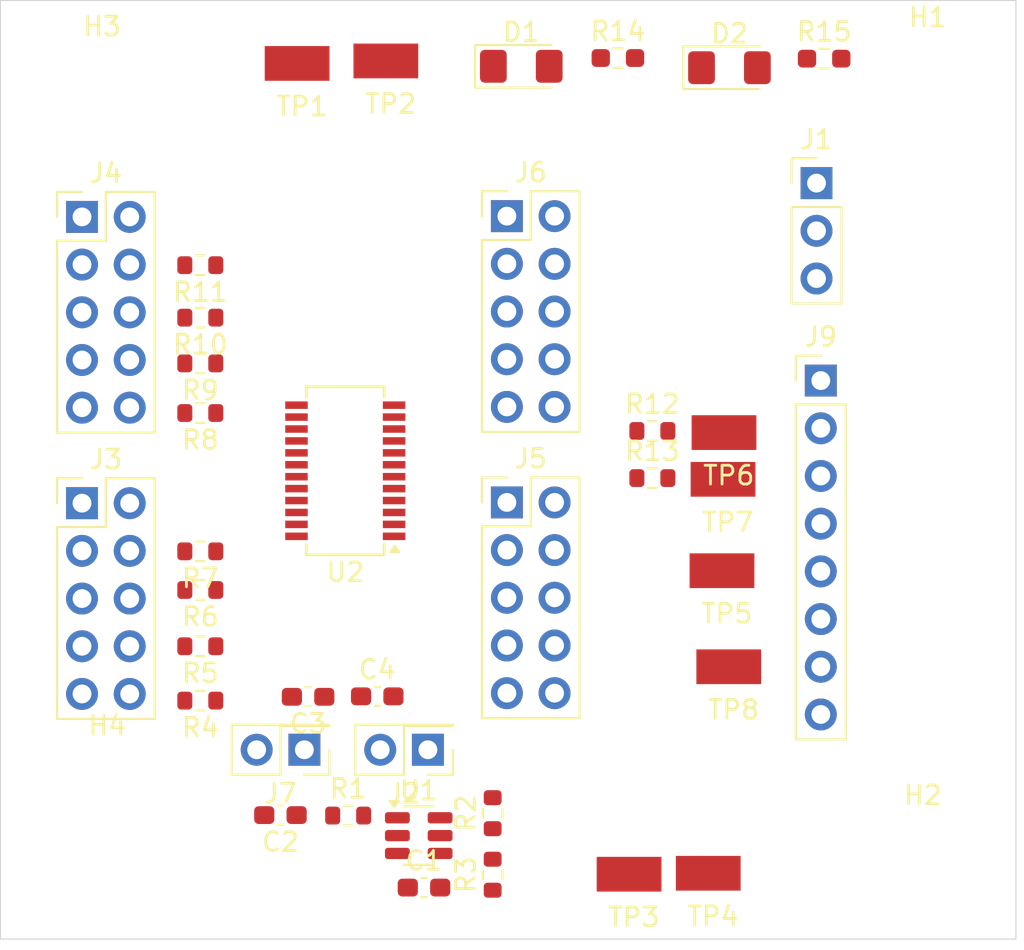
<source format=kicad_pcb>
(kicad_pcb (version 20240108) (generator "pcbnew") (generator_version "8.0")
  (layers (0 "F.Cu" signal) (31 "B.Cu" signal) (34 "B.Paste" user) (35 "F.Paste" user) (36 "B.SilkS" user "B.Silkscreen") (37 "F.SilkS" user "F.Silkscreen") (38 "B.Mask" user) (39 "F.Mask" user) (44 "Edge.Cuts" user))
  (net 0 "")
  (net 1 "GND")
  (net 2 "+5V")
  (net 3 "/Vdac_out")
  (net 4 "+3V3")
  (net 5 "Net-(D1-A)")
  (net 6 "Net-(D2-A)")
  (net 7 "Vcca")
  (net 8 "/IN04")
  (net 9 "/IN07")
  (net 10 "/IN06")
  (net 11 "/IN05")
  (net 12 "/IN01")
  (net 13 "/IN03")
  (net 14 "/IN02")
  (net 15 "/IN00")
  (net 16 "/BUF04")
  (net 17 "/BUF07")
  (net 18 "/BUF05")
  (net 19 "/BUF06")
  (net 20 "/BUF01")
  (net 21 "/BUF02")
  (net 22 "/BUF03")
  (net 23 "/BUF00")
  (net 24 "Vccb")
  (net 25 "/I2C1_SCL")
  (net 26 "/Vdac_half")
  (net 27 "/I2C1_SDA")
  (net 28 "Net-(U1-VOUT)")
  (net 29 "/B7")
  (net 30 "/B6")
  (net 31 "/B5")
  (net 32 "/B4")
  (net 33 "/B3")
  (net 34 "/B2")
  (net 35 "/B1")
  (net 36 "/B0")
  (footprint "Resistor_SMD:R_0603_1608Metric_Pad0.98x0.95mm_HandSolder" (layer "F.Cu") (at 174.5884 76.522)
    (property "Reference" "R14" (at 0 -1.43 0) (layer "F.SilkS"))
    (property "Value" "4k7")
    (fp_line (start -0.254724 -0.5225) (end 0.254724 -0.5225) (stroke (width 0.12)) (layer "F.SilkS"))
    (fp_line (start -0.254724 0.5225) (end 0.254724 0.5225) (stroke (width 0.12)) (layer "F.SilkS"))
    (pad "1" smd roundrect (at -0.9125 0) (size 0.975 0.95) (layers "F.Cu" "F.Paste" "F.Mask") (net 2 "+5V"))
    (pad "2" smd roundrect (at 0.9125 0) (size 0.975 0.95) (layers "F.Cu" "F.Paste" "F.Mask") (net 5 "Net-(D1-A)"))
  )
  (footprint "Capacitor_SMD:C_0603_1608Metric_Pad1.08x0.95mm_HandSolder" (layer "F.Cu") (at 164.2618 120.7008)
    (property "Reference" "C1" (at 0 -1.43 360) (layer "F.SilkS"))
    (property "Value" "1u")
    (fp_line (start -0.146267 -0.51) (end 0.146267 -0.51) (stroke (width 0.12)) (layer "F.SilkS"))
    (fp_line (start -0.146267 0.51) (end 0.146267 0.51) (stroke (width 0.12)) (layer "F.SilkS"))
    (pad "1" smd roundrect (at -0.8625 0) (size 1.075 0.95) (layers "F.Cu" "F.Paste" "F.Mask") (net 2 "+5V"))
    (pad "2" smd roundrect (at 0.8625 0) (size 1.075 0.95) (layers "F.Cu" "F.Paste" "F.Mask") (net 1 "GND"))
  )
  (footprint "Capacitor_SMD:C_0603_1608Metric_Pad1.08x0.95mm_HandSolder" (layer "F.Cu") (at 158.0896 110.5408 180)
    (property "Reference" "C3" (at 0 -1.43 360) (layer "F.SilkS"))
    (property "Value" "1u")
    (fp_line (start -0.146267 0.51) (end 0.146267 0.51) (stroke (width 0.12)) (layer "F.SilkS"))
    (fp_line (start -0.146267 -0.51) (end 0.146267 -0.51) (stroke (width 0.12)) (layer "F.SilkS"))
    (pad "1" smd roundrect (at -0.8625 0 180) (size 1.075 0.95) (layers "F.Cu" "F.Paste" "F.Mask") (net 24 "Vccb"))
    (pad "2" smd roundrect (at 0.8625 0 180) (size 1.075 0.95) (layers "F.Cu" "F.Paste" "F.Mask") (net 1 "GND"))
  )
  (footprint "Capacitor_SMD:C_0603_1608Metric_Pad1.08x0.95mm_HandSolder" (layer "F.Cu") (at 156.6164 116.84 180)
    (property "Reference" "C2" (at 0 -1.43 360) (layer "F.SilkS"))
    (property "Value" "100n")
    (fp_line (start -0.146267 0.51) (end 0.146267 0.51) (stroke (width 0.12)) (layer "F.SilkS"))
    (fp_line (start -0.146267 -0.51) (end 0.146267 -0.51) (stroke (width 0.12)) (layer "F.SilkS"))
    (pad "1" smd roundrect (at -0.8625 0 180) (size 1.075 0.95) (layers "F.Cu" "F.Paste" "F.Mask") (net 3 "/Vdac_out"))
    (pad "2" smd roundrect (at 0.8625 0 180) (size 1.075 0.95) (layers "F.Cu" "F.Paste" "F.Mask") (net 1 "GND"))
  )
  (footprint "Resistor_SMD:R_0603_1608Metric" (layer "F.Cu") (at 152.3492 90.3478 180)
    (property "Reference" "R10" (at 0 -1.43 360) (layer "F.SilkS"))
    (property "Value" "220")
    (fp_line (start -0.237258 0.5225) (end 0.237258 0.5225) (stroke (width 0.12)) (layer "F.SilkS"))
    (fp_line (start -0.237258 -0.5225) (end 0.237258 -0.5225) (stroke (width 0.12)) (layer "F.SilkS"))
    (pad "1" smd roundrect (at -0.825 0 180) (size 0.8 0.95) (layers "F.Cu" "F.Paste" "F.Mask") (net 35 "/B1"))
    (pad "2" smd roundrect (at 0.825 0 180) (size 0.8 0.95) (layers "F.Cu" "F.Paste" "F.Mask") (net 12 "/IN01"))
  )
  (footprint "Resistor_SMD:R_0603_1608Metric" (layer "F.Cu") (at 152.3492 107.8484 180)
    (property "Reference" "R5" (at 0 -1.43 360) (layer "F.SilkS"))
    (property "Value" "220")
    (fp_line (start -0.237258 0.5225) (end 0.237258 0.5225) (stroke (width 0.12)) (layer "F.SilkS"))
    (fp_line (start -0.237258 -0.5225) (end 0.237258 -0.5225) (stroke (width 0.12)) (layer "F.SilkS"))
    (pad "1" smd roundrect (at -0.825 0 180) (size 0.8 0.95) (layers "F.Cu" "F.Paste" "F.Mask") (net 30 "/B6"))
    (pad "2" smd roundrect (at 0.825 0 180) (size 0.8 0.95) (layers "F.Cu" "F.Paste" "F.Mask") (net 10 "/IN06"))
  )
  (footprint "My Libraries:Harwin-S1751-46-Test-Point" (layer "F.Cu") (at 180.1876 98.9584)
    (property "Reference" "TP7" (at 0.254 2.286 0) (layer "F.SilkS"))
    (property "Value" "TestPoint_Harwin")
    (pad "1" smd rect (at 0 0) (size 3.45 1.85) (layers "F.Cu" "F.Paste" "F.Mask") (net 27 "/I2C1_SDA"))
  )
  (footprint "Connector_PinHeader_2.54mm:PinHeader_1x08_P2.54mm_Vertical" (layer "F.Cu") (at 185.3946 93.7006)
    (property "Reference" "J9" (at 0 -2.33 0) (layer "F.SilkS"))
    (property "Value" "Signals")
    (fp_line (start -1.33 -1.33) (end 0 -1.33) (stroke (width 0.12)) (layer "F.SilkS"))
    (fp_line (start -1.33 0) (end -1.33 -1.33) (stroke (width 0.12)) (layer "F.SilkS"))
    (fp_line (start -1.33 1.27) (end -1.33 19.11) (stroke (width 0.12)) (layer "F.SilkS"))
    (fp_line (start -1.33 1.27) (end 1.33 1.27) (stroke (width 0.12)) (layer "F.SilkS"))
    (fp_line (start -1.33 19.11) (end 1.33 19.11) (stroke (width 0.12)) (layer "F.SilkS"))
    (fp_line (start 1.33 1.27) (end 1.33 19.11) (stroke (width 0.12)) (layer "F.SilkS"))
    (pad "1" thru_hole rect (at 0 0) (size 1.7 1.7) (drill 1) (layers "*.Cu" "*.Mask") (net 1 "GND"))
    (pad "2" thru_hole oval (at 0 2.54) (size 1.7 1.7) (drill 1) (layers "*.Cu" "*.Mask") (net 25 "/I2C1_SCL"))
    (pad "3" thru_hole oval (at 0 5.08) (size 1.7 1.7) (drill 1) (layers "*.Cu" "*.Mask") (net 27 "/I2C1_SDA"))
    (pad "4" thru_hole oval (at 0 7.62) (size 1.7 1.7) (drill 1) (layers "*.Cu" "*.Mask") (net 1 "GND"))
    (pad "5" thru_hole oval (at 0 10.16) (size 1.7 1.7) (drill 1) (layers "*.Cu" "*.Mask") (net 3 "/Vdac_out"))
    (pad "6" thru_hole oval (at 0 12.7) (size 1.7 1.7) (drill 1) (layers "*.Cu" "*.Mask") (net 1 "GND"))
    (pad "7" thru_hole oval (at 0 15.24) (size 1.7 1.7) (drill 1) (layers "*.Cu" "*.Mask") (net 26 "/Vdac_half"))
    (pad "8" thru_hole oval (at 0 17.78) (size 1.7 1.7) (drill 1) (layers "*.Cu" "*.Mask") (net 1 "GND"))
  )
  (footprint "Resistor_SMD:R_0603_1608Metric" (layer "F.Cu") (at 160.2232 116.8654)
    (property "Reference" "R1" (at 0 -1.43 360) (layer "F.SilkS"))
    (property "Value" "0")
    (fp_line (start -0.237258 -0.5225) (end 0.237258 -0.5225) (stroke (width 0.12)) (layer "F.SilkS"))
    (fp_line (start -0.237258 0.5225) (end 0.237258 0.5225) (stroke (width 0.12)) (layer "F.SilkS"))
    (pad "1" smd roundrect (at -0.825 0) (size 0.8 0.95) (layers "F.Cu" "F.Paste" "F.Mask") (net 28 "Net-(U1-VOUT)"))
    (pad "2" smd roundrect (at 0.825 0) (size 0.8 0.95) (layers "F.Cu" "F.Paste" "F.Mask") (net 3 "/Vdac_out"))
  )
  (footprint "Resistor_SMD:R_0603_1608Metric" (layer "F.Cu") (at 167.9194 120.015 90)
    (property "Reference" "R3" (at 0 -1.43 90) (layer "F.SilkS"))
    (property "Value" "10k")
    (fp_line (start -0.237258 -0.5225) (end 0.237258 -0.5225) (stroke (width 0.12)) (layer "F.SilkS"))
    (fp_line (start -0.237258 0.5225) (end 0.237258 0.5225) (stroke (width 0.12)) (layer "F.SilkS"))
    (pad "1" smd roundrect (at -0.825 0 90) (size 0.8 0.95) (layers "F.Cu" "F.Paste" "F.Mask") (net 1 "GND"))
    (pad "2" smd roundrect (at 0.825 0 90) (size 0.8 0.95) (layers "F.Cu" "F.Paste" "F.Mask") (net 26 "/Vdac_half"))
  )
  (footprint "Resistor_SMD:R_0603_1608Metric" (layer "F.Cu") (at 152.3492 110.744 180)
    (property "Reference" "R4" (at 0 -1.43 360) (layer "F.SilkS"))
    (property "Value" "220")
    (fp_line (start -0.237258 0.5225) (end 0.237258 0.5225) (stroke (width 0.12)) (layer "F.SilkS"))
    (fp_line (start -0.237258 -0.5225) (end 0.237258 -0.5225) (stroke (width 0.12)) (layer "F.SilkS"))
    (pad "1" smd roundrect (at -0.825 0 180) (size 0.8 0.95) (layers "F.Cu" "F.Paste" "F.Mask") (net 29 "/B7"))
    (pad "2" smd roundrect (at 0.825 0 180) (size 0.8 0.95) (layers "F.Cu" "F.Paste" "F.Mask") (net 9 "/IN07"))
  )
  (footprint "Package_TO_SOT_SMD:SOT-23-6" (layer "F.Cu") (at 163.9824 117.9322)
    (property "Reference" "U1" (at 0 -2.4 360) (layer "F.SilkS"))
    (property "Value" "MCP4725A2T-E/CH")
    (fp_line (start 0 -1.56) (end -0.8 -1.56) (stroke (width 0.12)) (layer "F.SilkS"))
    (fp_line (start 0 -1.56) (end 0.8 -1.56) (stroke (width 0.12)) (layer "F.SilkS"))
    (fp_line (start 0 1.56) (end -0.8 1.56) (stroke (width 0.12)) (layer "F.SilkS"))
    (fp_line (start 0 1.56) (end 0.8 1.56) (stroke (width 0.12)) (layer "F.SilkS"))
    (fp_poly (pts (xy -1.3 -1.51) (xy -1.54 -1.84) (xy -1.06 -1.84) (xy -1.3 -1.51)) (stroke (width 0.12)) (fill solid) (layer "F.SilkS"))
    (pad "1" smd roundrect (at -1.1375 -0.95) (size 1.325 0.6) (layers "F.Cu" "F.Paste" "F.Mask") (net 28 "Net-(U1-VOUT)"))
    (pad "2" smd roundrect (at -1.1375 0) (size 1.325 0.6) (layers "F.Cu" "F.Paste" "F.Mask") (net 1 "GND"))
    (pad "3" smd roundrect (at -1.1375 0.95) (size 1.325 0.6) (layers "F.Cu" "F.Paste" "F.Mask") (net 2 "+5V"))
    (pad "4" smd roundrect (at 1.1375 0.95) (size 1.325 0.6) (layers "F.Cu" "F.Paste" "F.Mask") (net 27 "/I2C1_SDA"))
    (pad "5" smd roundrect (at 1.1375 0) (size 1.325 0.6) (layers "F.Cu" "F.Paste" "F.Mask") (net 25 "/I2C1_SCL"))
    (pad "6" smd roundrect (at 1.1375 -0.95) (size 1.325 0.6) (layers "F.Cu" "F.Paste" "F.Mask") (net 1 "GND"))
  )
  (footprint "Resistor_SMD:R_0603_1608Metric" (layer "F.Cu") (at 152.3492 104.8512 180)
    (property "Reference" "R6" (at 0 -1.43 360) (layer "F.SilkS"))
    (property "Value" "220")
    (fp_line (start -0.237258 0.5225) (end 0.237258 0.5225) (stroke (width 0.12)) (layer "F.SilkS"))
    (fp_line (start -0.237258 -0.5225) (end 0.237258 -0.5225) (stroke (width 0.12)) (layer "F.SilkS"))
    (pad "1" smd roundrect (at -0.825 0 180) (size 0.8 0.95) (layers "F.Cu" "F.Paste" "F.Mask") (net 31 "/B5"))
    (pad "2" smd roundrect (at 0.825 0 180) (size 0.8 0.95) (layers "F.Cu" "F.Paste" "F.Mask") (net 11 "/IN05"))
  )
  (footprint "My Libraries:Harwin-S1751-46-Test-Point" (layer "F.Cu") (at 180.1318 103.8252)
    (property "Reference" "TP5" (at 0.254 2.286 0) (layer "F.SilkS"))
    (property "Value" "TestPoint_Harwin")
    (pad "1" smd rect (at 0 0) (size 3.45 1.85) (layers "F.Cu" "F.Paste" "F.Mask") (net 3 "/Vdac_out"))
  )
  (footprint "Resistor_SMD:R_0603_1608Metric" (layer "F.Cu") (at 152.3492 95.4278 180)
    (property "Reference" "R8" (at 0 -1.43 360) (layer "F.SilkS"))
    (property "Value" "220")
    (fp_line (start -0.237258 0.5225) (end 0.237258 0.5225) (stroke (width 0.12)) (layer "F.SilkS"))
    (fp_line (start -0.237258 -0.5225) (end 0.237258 -0.5225) (stroke (width 0.12)) (layer "F.SilkS"))
    (pad "1" smd roundrect (at -0.825 0 180) (size 0.8 0.95) (layers "F.Cu" "F.Paste" "F.Mask") (net 33 "/B3"))
    (pad "2" smd roundrect (at 0.825 0 180) (size 0.8 0.95) (layers "F.Cu" "F.Paste" "F.Mask") (net 13 "/IN03"))
  )
  (footprint "Resistor_SMD:R_0603_1608Metric" (layer "F.Cu") (at 152.3492 102.7938 180)
    (property "Reference" "R7" (at 0 -1.43 360) (layer "F.SilkS"))
    (property "Value" "220")
    (fp_line (start -0.237258 0.5225) (end 0.237258 0.5225) (stroke (width 0.12)) (layer "F.SilkS"))
    (fp_line (start -0.237258 -0.5225) (end 0.237258 -0.5225) (stroke (width 0.12)) (layer "F.SilkS"))
    (pad "1" smd roundrect (at -0.825 0 180) (size 0.8 0.95) (layers "F.Cu" "F.Paste" "F.Mask") (net 32 "/B4"))
    (pad "2" smd roundrect (at 0.825 0 180) (size 0.8 0.95) (layers "F.Cu" "F.Paste" "F.Mask") (net 8 "/IN04"))
  )
  (footprint "MountingHole:MountingHole_2.7mm" (layer "F.Cu") (at 191.0842 78.0542)
    (property "Reference" "H1" (at 0 -3.7 0) (layer "F.SilkS"))
    (property "Value" "MountingHole")
    (pad "" np_thru_hole circle (at 0 0) (size 2.7 2.7) (drill 2.7) (layers "*.Cu" "*.Mask"))
  )
  (footprint "Resistor_SMD:R_0603_1608Metric" (layer "F.Cu") (at 176.4234 96.383)
    (property "Reference" "R12" (at 0 -1.43 0) (layer "F.SilkS"))
    (property "Value" "10k")
    (fp_line (start -0.237258 -0.5225) (end 0.237258 -0.5225) (stroke (width 0.12)) (layer "F.SilkS"))
    (fp_line (start -0.237258 0.5225) (end 0.237258 0.5225) (stroke (width 0.12)) (layer "F.SilkS"))
    (pad "1" smd roundrect (at -0.825 0) (size 0.8 0.95) (layers "F.Cu" "F.Paste" "F.Mask") (net 25 "/I2C1_SCL"))
    (pad "2" smd roundrect (at 0.825 0) (size 0.8 0.95) (layers "F.Cu" "F.Paste" "F.Mask") (net 4 "+3V3"))
  )
  (footprint "MountingHole:MountingHole_2.7mm" (layer "F.Cu") (at 190.8302 119.4816)
    (property "Reference" "H2" (at 0 -3.7 0) (layer "F.SilkS"))
    (property "Value" "MountingHole")
    (pad "" np_thru_hole circle (at 0 0) (size 2.7 2.7) (drill 2.7) (layers "*.Cu" "*.Mask"))
  )
  (footprint "Resistor_SMD:R_0603_1608Metric" (layer "F.Cu") (at 152.3492 87.5538 180)
    (property "Reference" "R11" (at 0 -1.43 360) (layer "F.SilkS"))
    (property "Value" "220")
    (fp_line (start -0.237258 0.5225) (end 0.237258 0.5225) (stroke (width 0.12)) (layer "F.SilkS"))
    (fp_line (start -0.237258 -0.5225) (end 0.237258 -0.5225) (stroke (width 0.12)) (layer "F.SilkS"))
    (pad "1" smd roundrect (at -0.825 0 180) (size 0.8 0.95) (layers "F.Cu" "F.Paste" "F.Mask") (net 36 "/B0"))
    (pad "2" smd roundrect (at 0.825 0 180) (size 0.8 0.95) (layers "F.Cu" "F.Paste" "F.Mask") (net 15 "/IN00"))
  )
  (footprint "Connector_PinHeader_2.54mm:PinHeader_2x05_P2.54mm_Vertical" (layer "F.Cu") (at 146.05 84.9834)
    (property "Reference" "J4" (at 1.27 -2.33 0) (layer "F.SilkS"))
    (property "Value" "In_Lo")
    (fp_line (start -1.33 -1.33) (end 0 -1.33) (stroke (width 0.12)) (layer "F.SilkS"))
    (fp_line (start -1.33 0) (end -1.33 -1.33) (stroke (width 0.12)) (layer "F.SilkS"))
    (fp_line (start -1.33 1.27) (end -1.33 11.49) (stroke (width 0.12)) (layer "F.SilkS"))
    (fp_line (start -1.33 1.27) (end 1.27 1.27) (stroke (width 0.12)) (layer "F.SilkS"))
    (fp_line (start -1.33 11.49) (end 3.87 11.49) (stroke (width 0.12)) (layer "F.SilkS"))
    (fp_line (start 1.27 -1.33) (end 3.87 -1.33) (stroke (width 0.12)) (layer "F.SilkS"))
    (fp_line (start 1.27 1.27) (end 1.27 -1.33) (stroke (width 0.12)) (layer "F.SilkS"))
    (fp_line (start 3.87 -1.33) (end 3.87 11.49) (stroke (width 0.12)) (layer "F.SilkS"))
    (pad "1" thru_hole rect (at 0 0) (size 1.7 1.7) (drill 1) (layers "*.Cu" "*.Mask") (net 1 "GND"))
    (pad "2" thru_hole oval (at 2.54 0) (size 1.7 1.7) (drill 1) (layers "*.Cu" "*.Mask") (net 1 "GND"))
    (pad "3" thru_hole oval (at 0 2.54) (size 1.7 1.7) (drill 1) (layers "*.Cu" "*.Mask") (net 15 "/IN00"))
    (pad "4" thru_hole oval (at 2.54 2.54) (size 1.7 1.7) (drill 1) (layers "*.Cu" "*.Mask") (net 15 "/IN00"))
    (pad "5" thru_hole oval (at 0 5.08) (size 1.7 1.7) (drill 1) (layers "*.Cu" "*.Mask") (net 12 "/IN01"))
    (pad "6" thru_hole oval (at 2.54 5.08) (size 1.7 1.7) (drill 1) (layers "*.Cu" "*.Mask") (net 12 "/IN01"))
    (pad "7" thru_hole oval (at 0 7.62) (size 1.7 1.7) (drill 1) (layers "*.Cu" "*.Mask") (net 14 "/IN02"))
    (pad "8" thru_hole oval (at 2.54 7.62) (size 1.7 1.7) (drill 1) (layers "*.Cu" "*.Mask") (net 14 "/IN02"))
    (pad "9" thru_hole oval (at 0 10.16) (size 1.7 1.7) (drill 1) (layers "*.Cu" "*.Mask") (net 13 "/IN03"))
    (pad "10" thru_hole oval (at 2.54 10.16) (size 1.7 1.7) (drill 1) (layers "*.Cu" "*.Mask") (net 13 "/IN03"))
  )
  (footprint "LED_SMD:LED_1206_3216Metric_Pad1.42x1.75mm_HandSolder" (layer "F.Cu") (at 169.4434 76.962)
    (property "Reference" "D1" (at 0 -1.82 0) (layer "F.SilkS"))
    (property "Value" "5V")
    (fp_line (start -2.46 -1.135) (end -2.46 1.135) (stroke (width 0.12)) (layer "F.SilkS"))
    (fp_line (start -2.46 1.135) (end 1.6 1.135) (stroke (width 0.12)) (layer "F.SilkS"))
    (fp_line (start 1.6 -1.135) (end -2.46 -1.135) (stroke (width 0.12)) (layer "F.SilkS"))
    (pad "1" smd roundrect (at -1.4875 0) (size 1.425 1.75) (layers "F.Cu" "F.Paste" "F.Mask") (roundrect_rratio 0.175439) (net 1 "GND"))
    (pad "2" smd roundrect (at 1.4875 0) (size 1.425 1.75) (layers "F.Cu" "F.Paste" "F.Mask") (roundrect_rratio 0.175439) (net 5 "Net-(D1-A)"))
  )
  (footprint "My Libraries:Harwin-S1751-46-Test-Point" (layer "F.Cu") (at 180.2384 96.4692)
    (property "Reference" "TP6" (at 0.254 2.286 0) (layer "F.SilkS"))
    (property "Value" "TestPoint_Harwin")
    (pad "1" smd rect (at 0 0) (size 3.45 1.85) (layers "F.Cu" "F.Paste" "F.Mask") (net 25 "/I2C1_SCL"))
  )
  (footprint "Connector_PinHeader_2.54mm:PinHeader_2x05_P2.54mm_Vertical" (layer "F.Cu") (at 146.05 100.2284)
    (property "Reference" "J3" (at 1.27 -2.33 0) (layer "F.SilkS"))
    (property "Value" "In_Hi")
    (fp_line (start -1.33 -1.33) (end 0 -1.33) (stroke (width 0.12)) (layer "F.SilkS"))
    (fp_line (start -1.33 0) (end -1.33 -1.33) (stroke (width 0.12)) (layer "F.SilkS"))
    (fp_line (start -1.33 1.27) (end -1.33 11.49) (stroke (width 0.12)) (layer "F.SilkS"))
    (fp_line (start -1.33 1.27) (end 1.27 1.27) (stroke (width 0.12)) (layer "F.SilkS"))
    (fp_line (start -1.33 11.49) (end 3.87 11.49) (stroke (width 0.12)) (layer "F.SilkS"))
    (fp_line (start 1.27 -1.33) (end 3.87 -1.33) (stroke (width 0.12)) (layer "F.SilkS"))
    (fp_line (start 1.27 1.27) (end 1.27 -1.33) (stroke (width 0.12)) (layer "F.SilkS"))
    (fp_line (start 3.87 -1.33) (end 3.87 11.49) (stroke (width 0.12)) (layer "F.SilkS"))
    (pad "1" thru_hole rect (at 0 0) (size 1.7 1.7) (drill 1) (layers "*.Cu" "*.Mask") (net 1 "GND"))
    (pad "2" thru_hole oval (at 2.54 0) (size 1.7 1.7) (drill 1) (layers "*.Cu" "*.Mask") (net 1 "GND"))
    (pad "3" thru_hole oval (at 0 2.54) (size 1.7 1.7) (drill 1) (layers "*.Cu" "*.Mask") (net 8 "/IN04"))
    (pad "4" thru_hole oval (at 2.54 2.54) (size 1.7 1.7) (drill 1) (layers "*.Cu" "*.Mask") (net 8 "/IN04"))
    (pad "5" thru_hole oval (at 0 5.08) (size 1.7 1.7) (drill 1) (layers "*.Cu" "*.Mask") (net 11 "/IN05"))
    (pad "6" thru_hole oval (at 2.54 5.08) (size 1.7 1.7) (drill 1) (layers "*.Cu" "*.Mask") (net 11 "/IN05"))
    (pad "7" thru_hole oval (at 0 7.62) (size 1.7 1.7) (drill 1) (layers "*.Cu" "*.Mask") (net 10 "/IN06"))
    (pad "8" thru_hole oval (at 2.54 7.62) (size 1.7 1.7) (drill 1) (layers "*.Cu" "*.Mask") (net 10 "/IN06"))
    (pad "9" thru_hole oval (at 0 10.16) (size 1.7 1.7) (drill 1) (layers "*.Cu" "*.Mask") (net 9 "/IN07"))
    (pad "10" thru_hole oval (at 2.54 10.16) (size 1.7 1.7) (drill 1) (layers "*.Cu" "*.Mask") (net 9 "/IN07"))
  )
  (footprint "LED_SMD:LED_1206_3216Metric_Pad1.42x1.75mm_HandSolder" (layer "F.Cu") (at 180.529 77.0374)
    (property "Reference" "D2" (at 0 -1.82 0) (layer "F.SilkS"))
    (property "Value" "3v3")
    (fp_line (start -2.46 -1.135) (end -2.46 1.135) (stroke (width 0.12)) (layer "F.SilkS"))
    (fp_line (start -2.46 1.135) (end 1.6 1.135) (stroke (width 0.12)) (layer "F.SilkS"))
    (fp_line (start 1.6 -1.135) (end -2.46 -1.135) (stroke (width 0.12)) (layer "F.SilkS"))
    (pad "1" smd roundrect (at -1.4875 0) (size 1.425 1.75) (layers "F.Cu" "F.Paste" "F.Mask") (roundrect_rratio 0.175439) (net 1 "GND"))
    (pad "2" smd roundrect (at 1.4875 0) (size 1.425 1.75) (layers "F.Cu" "F.Paste" "F.Mask") (roundrect_rratio 0.175439) (net 6 "Net-(D2-A)"))
  )
  (footprint "My Libraries:Harwin-S1751-46-Test-Point" (layer "F.Cu") (at 157.5054 76.8096)
    (property "Reference" "TP1" (at 0.254 2.286 0) (layer "F.SilkS"))
    (property "Value" "TestPoint_Harwin")
    (pad "1" smd rect (at 0 0) (size 3.45 1.85) (layers "F.Cu" "F.Paste" "F.Mask") (net 1 "GND"))
  )
  (footprint "Connector_PinHeader_2.54mm:PinHeader_2x01_P2.54mm_Vertical" (layer "F.Cu") (at 157.8914 113.3602 180)
    (property "Reference" "J7" (at 1.27 -2.33 360) (layer "F.SilkS"))
    (property "Value" "Vccb_select")
    (fp_line (start 3.87 -1.33) (end 3.87 1.33) (stroke (width 0.12)) (layer "F.SilkS"))
    (fp_line (start 1.27 1.27) (end 1.27 -1.33) (stroke (width 0.12)) (layer "F.SilkS"))
    (fp_line (start 1.27 -1.33) (end 3.87 -1.33) (stroke (width 0.12)) (layer "F.SilkS"))
    (fp_line (start -1.33 1.33) (end 3.87 1.33) (stroke (width 0.12)) (layer "F.SilkS"))
    (fp_line (start -1.33 1.27) (end 1.27 1.27) (stroke (width 0.12)) (layer "F.SilkS"))
    (fp_line (start -1.33 1.27) (end -1.33 1.33) (stroke (width 0.12)) (layer "F.SilkS"))
    (fp_line (start -1.33 0) (end -1.33 -1.33) (stroke (width 0.12)) (layer "F.SilkS"))
    (fp_line (start -1.33 -1.33) (end 0 -1.33) (stroke (width 0.12)) (layer "F.SilkS"))
    (pad "1" thru_hole rect (at 0 0 180) (size 1.7 1.7) (drill 1) (layers "*.Cu" "*.Mask") (net 24 "Vccb"))
    (pad "2" thru_hole oval (at 2.54 0 180) (size 1.7 1.7) (drill 1) (layers "*.Cu" "*.Mask") (net 3 "/Vdac_out"))
  )
  (footprint "Connector_PinHeader_2.54mm:PinHeader_2x05_P2.54mm_Vertical" (layer "F.Cu") (at 168.6764 100.1876)
    (property "Reference" "J5" (at 1.27 -2.33 0) (layer "F.SilkS"))
    (property "Value" "Out_Hi")
    (fp_line (start -1.33 -1.33) (end 0 -1.33) (stroke (width 0.12)) (layer "F.SilkS"))
    (fp_line (start -1.33 0) (end -1.33 -1.33) (stroke (width 0.12)) (layer "F.SilkS"))
    (fp_line (start -1.33 1.27) (end -1.33 11.49) (stroke (width 0.12)) (layer "F.SilkS"))
    (fp_line (start -1.33 1.27) (end 1.27 1.27) (stroke (width 0.12)) (layer "F.SilkS"))
    (fp_line (start -1.33 11.49) (end 3.87 11.49) (stroke (width 0.12)) (layer "F.SilkS"))
    (fp_line (start 1.27 -1.33) (end 3.87 -1.33) (stroke (width 0.12)) (layer "F.SilkS"))
    (fp_line (start 1.27 1.27) (end 1.27 -1.33) (stroke (width 0.12)) (layer "F.SilkS"))
    (fp_line (start 3.87 -1.33) (end 3.87 11.49) (stroke (width 0.12)) (layer "F.SilkS"))
    (pad "1" thru_hole rect (at 0 0) (size 1.7 1.7) (drill 1) (layers "*.Cu" "*.Mask") (net 1 "GND"))
    (pad "2" thru_hole oval (at 2.54 0) (size 1.7 1.7) (drill 1) (layers "*.Cu" "*.Mask") (net 1 "GND"))
    (pad "3" thru_hole oval (at 0 2.54) (size 1.7 1.7) (drill 1) (layers "*.Cu" "*.Mask") (net 16 "/BUF04"))
    (pad "4" thru_hole oval (at 2.54 2.54) (size 1.7 1.7) (drill 1) (layers "*.Cu" "*.Mask") (net 16 "/BUF04"))
    (pad "5" thru_hole oval (at 0 5.08) (size 1.7 1.7) (drill 1) (layers "*.Cu" "*.Mask") (net 18 "/BUF05"))
    (pad "6" thru_hole oval (at 2.54 5.08) (size 1.7 1.7) (drill 1) (layers "*.Cu" "*.Mask") (net 18 "/BUF05"))
    (pad "7" thru_hole oval (at 0 7.62) (size 1.7 1.7) (drill 1) (layers "*.Cu" "*.Mask") (net 19 "/BUF06"))
    (pad "8" thru_hole oval (at 2.54 7.62) (size 1.7 1.7) (drill 1) (layers "*.Cu" "*.Mask") (net 19 "/BUF06"))
    (pad "9" thru_hole oval (at 0 10.16) (size 1.7 1.7) (drill 1) (layers "*.Cu" "*.Mask") (net 17 "/BUF07"))
    (pad "10" thru_hole oval (at 2.54 10.16) (size 1.7 1.7) (drill 1) (layers "*.Cu" "*.Mask") (net 17 "/BUF07"))
  )
  (footprint "My Libraries:Harwin-S1751-46-Test-Point" (layer "F.Cu") (at 162.2301 76.6782)
    (property "Reference" "TP2" (at 0.254 2.286 0) (layer "F.SilkS"))
    (property "Value" "TestPoint_Harwin")
    (pad "1" smd rect (at 0 0) (size 3.45 1.85) (layers "F.Cu" "F.Paste" "F.Mask") (net 1 "GND"))
  )
  (footprint "My Libraries:Harwin-S1751-46-Test-Point" (layer "F.Cu") (at 179.4002 119.9388)
    (property "Reference" "TP4" (at 0.254 2.286 0) (layer "F.SilkS"))
    (property "Value" "TestPoint_Harwin")
    (pad "1" smd rect (at 0 0) (size 3.45 1.85) (layers "F.Cu" "F.Paste" "F.Mask") (net 1 "GND"))
  )
  (footprint "MountingHole:MountingHole_2.7mm" (layer "F.Cu") (at 147.3962 115.7732)
    (property "Reference" "H4" (at 0 -3.7 0) (layer "F.SilkS"))
    (property "Value" "MountingHole")
    (pad "" np_thru_hole circle (at 0 0) (size 2.7 2.7) (drill 2.7) (layers "*.Cu" "*.Mask"))
  )
  (footprint "Package_SO:SSOP-24_3.9x8.7mm_P0.635mm" (layer "F.Cu") (at 160.0708 98.5012 180)
    (property "Reference" "U2" (at 0 -5.4 360) (layer "F.SilkS"))
    (property "Value" "SN74LVC8T245")
    (fp_line (start 2.075 4.475) (end 2.075 3.9175) (stroke (width 0.15)) (layer "F.SilkS"))
    (fp_line (start 2.075 -4.475) (end 2.075 -3.9175) (stroke (width 0.15)) (layer "F.SilkS"))
    (fp_line (start -2.075 4.475) (end 2.075 4.475) (stroke (width 0.15)) (layer "F.SilkS"))
    (fp_line (start -2.075 4.475) (end -2.075 3.9175) (stroke (width 0.15)) (layer "F.SilkS"))
    (fp_line (start -2.075 -4.475) (end 2.075 -4.475) (stroke (width 0.15)) (layer "F.SilkS"))
    (fp_line (start -2.075 -4.475) (end -2.075 -3.9175) (stroke (width 0.15)) (layer "F.SilkS"))
    (fp_poly (pts (xy -2.6375 -4) (xy -2.8775 -4.33) (xy -2.3975 -4.33) (xy -2.6375 -4)) (stroke (width 0.12)) (fill solid) (layer "F.SilkS"))
    (pad "1" smd rect (at -2.6 -3.4925 180) (size 1.2 0.4) (layers "F.Cu" "F.Paste" "F.Mask") (net 7 "Vcca"))
    (pad "2" smd rect (at -2.6 -2.8575 180) (size 1.2 0.4) (layers "F.Cu" "F.Paste" "F.Mask") (net 1 "GND"))
    (pad "3" smd rect (at -2.6 -2.2225 180) (size 1.2 0.4) (layers "F.Cu" "F.Paste" "F.Mask") (net 17 "/BUF07"))
    (pad "4" smd rect (at -2.6 -1.5875 180) (size 1.2 0.4) (layers "F.Cu" "F.Paste" "F.Mask") (net 19 "/BUF06"))
    (pad "5" smd rect (at -2.6 -0.9525 180) (size 1.2 0.4) (layers "F.Cu" "F.Paste" "F.Mask") (net 18 "/BUF05"))
    (pad "6" smd rect (at -2.6 -0.3175 180) (size 1.2 0.4) (layers "F.Cu" "F.Paste" "F.Mask") (net 16 "/BUF04"))
    (pad "7" smd rect (at -2.6 0.3175 180) (size 1.2 0.4) (layers "F.Cu" "F.Paste" "F.Mask") (net 22 "/BUF03"))
    (pad "8" smd rect (at -2.6 0.9525 180) (size 1.2 0.4) (layers "F.Cu" "F.Paste" "F.Mask") (net 21 "/BUF02"))
    (pad "9" smd rect (at -2.6 1.5875 180) (size 1.2 0.4) (layers "F.Cu" "F.Paste" "F.Mask") (net 20 "/BUF01"))
    (pad "10" smd rect (at -2.6 2.2225 180) (size 1.2 0.4) (layers "F.Cu" "F.Paste" "F.Mask") (net 23 "/BUF00"))
    (pad "11" smd rect (at -2.6 2.8575 180) (size 1.2 0.4) (layers "F.Cu" "F.Paste" "F.Mask") (net 1 "GND"))
    (pad "12" smd rect (at -2.6 3.4925 180) (size 1.2 0.4) (layers "F.Cu" "F.Paste" "F.Mask") (net 1 "GND"))
    (pad "13" smd rect (at 2.6 3.4925 180) (size 1.2 0.4) (layers "F.Cu" "F.Paste" "F.Mask") (net 1 "GND"))
    (pad "14" smd rect (at 2.6 2.8575 180) (size 1.2 0.4) (layers "F.Cu" "F.Paste" "F.Mask") (net 36 "/B0"))
    (pad "15" smd rect (at 2.6 2.2225 180) (size 1.2 0.4) (layers "F.Cu" "F.Paste" "F.Mask") (net 35 "/B1"))
    (pad "16" smd rect (at 2.6 1.5875 180) (size 1.2 0.4) (layers "F.Cu" "F.Paste" "F.Mask") (net 34 "/B2"))
    (pad "17" smd rect (at 2.6 0.9525 180) (size 1.2 0.4) (layers "F.Cu" "F.Paste" "F.Mask") (net 33 "/B3"))
    (pad "18" smd rect (at 2.6 0.3175 180) (size 1.2 0.4) (layers "F.Cu" "F.Paste" "F.Mask") (net 32 "/B4"))
    (pad "19" smd rect (at 2.6 -0.3175 180) (size 1.2 0.4) (layers "F.Cu" "F.Paste" "F.Mask") (net 31 "/B5"))
    (pad "20" smd rect (at 2.6 -0.9525 180) (size 1.2 0.4) (layers "F.Cu" "F.Paste" "F.Mask") (net 30 "/B6"))
    (pad "21" smd rect (at 2.6 -1.5875 180) (size 1.2 0.4) (layers "F.Cu" "F.Paste" "F.Mask") (net 29 "/B7"))
    (pad "22" smd rect (at 2.6 -2.2225 180) (size 1.2 0.4) (layers "F.Cu" "F.Paste" "F.Mask") (net 1 "GND"))
    (pad "23" smd rect (at 2.6 -2.8575 180) (size 1.2 0.4) (layers "F.Cu" "F.Paste" "F.Mask") (net 24 "Vccb"))
    (pad "24" smd rect (at 2.6 -3.4925 180) (size 1.2 0.4) (layers "F.Cu" "F.Paste" "F.Mask") (net 24 "Vccb"))
  )
  (footprint "Connector_PinHeader_2.54mm:PinHeader_1x03_P2.54mm_Vertical" (layer "F.Cu") (at 185.166 83.185)
    (property "Reference" "J1" (at 0 -2.33 0) (layer "F.SilkS"))
    (property "Value" "Power")
    (fp_line (start -1.33 -1.33) (end 0 -1.33) (stroke (width 0.12)) (layer "F.SilkS"))
    (fp_line (start -1.33 0) (end -1.33 -1.33) (stroke (width 0.12)) (layer "F.SilkS"))
    (fp_line (start -1.33 1.27) (end -1.33 6.41) (stroke (width 0.12)) (layer "F.SilkS"))
    (fp_line (start -1.33 1.27) (end 1.33 1.27) (stroke (width 0.12)) (layer "F.SilkS"))
    (fp_line (start -1.33 6.41) (end 1.33 6.41) (stroke (width 0.12)) (layer "F.SilkS"))
    (fp_line (start 1.33 1.27) (end 1.33 6.41) (stroke (width 0.12)) (layer "F.SilkS"))
    (pad "1" thru_hole rect (at 0 0) (size 1.7 1.7) (drill 1) (layers "*.Cu" "*.Mask") (net 2 "+5V"))
    (pad "2" thru_hole oval (at 0 2.54) (size 1.7 1.7) (drill 1) (layers "*.Cu" "*.Mask") (net 1 "GND"))
    (pad "3" thru_hole oval (at 0 5.08) (size 1.7 1.7) (drill 1) (layers "*.Cu" "*.Mask") (net 4 "+3V3"))
  )
  (footprint "Resistor_SMD:R_0603_1608Metric" (layer "F.Cu") (at 152.3492 92.7862 180)
    (property "Reference" "R9" (at 0 -1.43 360) (layer "F.SilkS"))
    (property "Value" "220")
    (fp_line (start -0.237258 0.5225) (end 0.237258 0.5225) (stroke (width 0.12)) (layer "F.SilkS"))
    (fp_line (start -0.237258 -0.5225) (end 0.237258 -0.5225) (stroke (width 0.12)) (layer "F.SilkS"))
    (pad "1" smd roundrect (at -0.825 0 180) (size 0.8 0.95) (layers "F.Cu" "F.Paste" "F.Mask") (net 34 "/B2"))
    (pad "2" smd roundrect (at 0.825 0 180) (size 0.8 0.95) (layers "F.Cu" "F.Paste" "F.Mask") (net 14 "/IN02"))
  )
  (footprint "My Libraries:Harwin-S1751-46-Test-Point" (layer "F.Cu") (at 180.4924 108.9406)
    (property "Reference" "TP8" (at 0.254 2.286 0) (layer "F.SilkS"))
    (property "Value" "TestPoint_Harwin")
    (pad "1" smd rect (at 0 0) (size 3.45 1.85) (layers "F.Cu" "F.Paste" "F.Mask") (net 26 "/Vdac_half"))
  )
  (footprint "Resistor_SMD:R_0603_1608Metric" (layer "F.Cu") (at 167.9194 116.7384 90)
    (property "Reference" "R2" (at 0 -1.43 90) (layer "F.SilkS"))
    (property "Value" "10k")
    (fp_line (start -0.237258 -0.5225) (end 0.237258 -0.5225) (stroke (width 0.12)) (layer "F.SilkS"))
    (fp_line (start -0.237258 0.5225) (end 0.237258 0.5225) (stroke (width 0.12)) (layer "F.SilkS"))
    (pad "1" smd roundrect (at -0.825 0 90) (size 0.8 0.95) (layers "F.Cu" "F.Paste" "F.Mask") (net 26 "/Vdac_half"))
    (pad "2" smd roundrect (at 0.825 0 90) (size 0.8 0.95) (layers "F.Cu" "F.Paste" "F.Mask") (net 3 "/Vdac_out"))
  )
  (footprint "Resistor_SMD:R_0603_1608Metric_Pad0.98x0.95mm_HandSolder" (layer "F.Cu") (at 185.5724 76.5556)
    (property "Reference" "R15" (at 0 -1.43 0) (layer "F.SilkS"))
    (property "Value" "4k7")
    (fp_line (start -0.254724 -0.5225) (end 0.254724 -0.5225) (stroke (width 0.12)) (layer "F.SilkS"))
    (fp_line (start -0.254724 0.5225) (end 0.254724 0.5225) (stroke (width 0.12)) (layer "F.SilkS"))
    (pad "1" smd roundrect (at -0.9125 0) (size 0.975 0.95) (layers "F.Cu" "F.Paste" "F.Mask") (net 4 "+3V3"))
    (pad "2" smd roundrect (at 0.9125 0) (size 0.975 0.95) (layers "F.Cu" "F.Paste" "F.Mask") (net 6 "Net-(D2-A)"))
  )
  (footprint "Resistor_SMD:R_0603_1608Metric" (layer "F.Cu") (at 176.4234 98.893)
    (property "Reference" "R13" (at 0 -1.43 0) (layer "F.SilkS"))
    (property "Value" "10k")
    (fp_line (start -0.237258 -0.5225) (end 0.237258 -0.5225) (stroke (width 0.12)) (layer "F.SilkS"))
    (fp_line (start -0.237258 0.5225) (end 0.237258 0.5225) (stroke (width 0.12)) (layer "F.SilkS"))
    (pad "1" smd roundrect (at -0.825 0) (size 0.8 0.95) (layers "F.Cu" "F.Paste" "F.Mask") (net 27 "/I2C1_SDA"))
    (pad "2" smd roundrect (at 0.825 0) (size 0.8 0.95) (layers "F.Cu" "F.Paste" "F.Mask") (net 4 "+3V3"))
  )
  (footprint "MountingHole:MountingHole_2.7mm" (layer "F.Cu") (at 147.1168 78.5368)
    (property "Reference" "H3" (at 0 -3.7 0) (layer "F.SilkS"))
    (property "Value" "MountingHole")
    (pad "" np_thru_hole circle (at 0 0) (size 2.7 2.7) (drill 2.7) (layers "*.Cu" "*.Mask"))
  )
  (footprint "Connector_PinHeader_2.54mm:PinHeader_2x01_P2.54mm_Vertical" (layer "F.Cu") (at 164.47 113.3602 180)
    (property "Reference" "J2" (at 1.27 -2.33 360) (layer "F.SilkS"))
    (property "Value" "Vcca_select")
    (fp_line (start 3.87 -1.33) (end 3.87 1.33) (stroke (width 0.12)) (layer "F.SilkS"))
    (fp_line (start 1.27 1.27) (end 1.27 -1.33) (stroke (width 0.12)) (layer "F.SilkS"))
    (fp_line (start 1.27 -1.33) (end 3.87 -1.33) (stroke (width 0.12)) (layer "F.SilkS"))
    (fp_line (start -1.33 1.33) (end 3.87 1.33) (stroke (width 0.12)) (layer "F.SilkS"))
    (fp_line (start -1.33 1.27) (end 1.27 1.27) (stroke (width 0.12)) (layer "F.SilkS"))
    (fp_line (start -1.33 1.27) (end -1.33 1.33) (stroke (width 0.12)) (layer "F.SilkS"))
    (fp_line (start -1.33 0) (end -1.33 -1.33) (stroke (width 0.12)) (layer "F.SilkS"))
    (fp_line (start -1.33 -1.33) (end 0 -1.33) (stroke (width 0.12)) (layer "F.SilkS"))
    (pad "1" thru_hole rect (at 0 0 180) (size 1.7 1.7) (drill 1) (layers "*.Cu" "*.Mask") (net 4 "+3V3"))
    (pad "2" thru_hole oval (at 2.54 0 180) (size 1.7 1.7) (drill 1) (layers "*.Cu" "*.Mask") (net 7 "Vcca"))
  )
  (footprint "Capacitor_SMD:C_0603_1608Metric_Pad1.08x0.95mm_HandSolder" (layer "F.Cu") (at 161.7726 110.5154)
    (property "Reference" "C4" (at 0 -1.43 360) (layer "F.SilkS"))
    (property "Value" "1u")
    (fp_line (start -0.146267 -0.51) (end 0.146267 -0.51) (stroke (width 0.12)) (layer "F.SilkS"))
    (fp_line (start -0.146267 0.51) (end 0.146267 0.51) (stroke (width 0.12)) (layer "F.SilkS"))
    (pad "1" smd roundrect (at -0.8625 0) (size 1.075 0.95) (layers "F.Cu" "F.Paste" "F.Mask") (net 7 "Vcca"))
    (pad "2" smd roundrect (at 0.8625 0) (size 1.075 0.95) (layers "F.Cu" "F.Paste" "F.Mask") (net 1 "GND"))
  )
  (footprint "My Libraries:Harwin-S1751-46-Test-Point" (layer "F.Cu") (at 175.1838 119.9896)
    (property "Reference" "TP3" (at 0.254 2.286 0) (layer "F.SilkS"))
    (property "Value" "TestPoint_Harwin")
    (pad "1" smd rect (at 0 0) (size 3.45 1.85) (layers "F.Cu" "F.Paste" "F.Mask") (net 1 "GND"))
  )
  (footprint "Connector_PinHeader_2.54mm:PinHeader_2x05_P2.54mm_Vertical" (layer "F.Cu") (at 168.6764 84.9426)
    (property "Reference" "J6" (at 1.27 -2.33 0) (layer "F.SilkS"))
    (property "Value" "Out_Lo")
    (fp_line (start -1.33 -1.33) (end 0 -1.33) (stroke (width 0.12)) (layer "F.SilkS"))
    (fp_line (start -1.33 0) (end -1.33 -1.33) (stroke (width 0.12)) (layer "F.SilkS"))
    (fp_line (start -1.33 1.27) (end -1.33 11.49) (stroke (width 0.12)) (layer "F.SilkS"))
    (fp_line (start -1.33 1.27) (end 1.27 1.27) (stroke (width 0.12)) (layer "F.SilkS"))
    (fp_line (start -1.33 11.49) (end 3.87 11.49) (stroke (width 0.12)) (layer "F.SilkS"))
    (fp_line (start 1.27 -1.33) (end 3.87 -1.33) (stroke (width 0.12)) (layer "F.SilkS"))
    (fp_line (start 1.27 1.27) (end 1.27 -1.33) (stroke (width 0.12)) (layer "F.SilkS"))
    (fp_line (start 3.87 -1.33) (end 3.87 11.49) (stroke (width 0.12)) (layer "F.SilkS"))
    (pad "1" thru_hole rect (at 0 0) (size 1.7 1.7) (drill 1) (layers "*.Cu" "*.Mask") (net 1 "GND"))
    (pad "2" thru_hole oval (at 2.54 0) (size 1.7 1.7) (drill 1) (layers "*.Cu" "*.Mask") (net 1 "GND"))
    (pad "3" thru_hole oval (at 0 2.54) (size 1.7 1.7) (drill 1) (layers "*.Cu" "*.Mask") (net 23 "/BUF00"))
    (pad "4" thru_hole oval (at 2.54 2.54) (size 1.7 1.7) (drill 1) (layers "*.Cu" "*.Mask") (net 23 "/BUF00"))
    (pad "5" thru_hole oval (at 0 5.08) (size 1.7 1.7) (drill 1) (layers "*.Cu" "*.Mask") (net 20 "/BUF01"))
    (pad "6" thru_hole oval (at 2.54 5.08) (size 1.7 1.7) (drill 1) (layers "*.Cu" "*.Mask") (net 20 "/BUF01"))
    (pad "7" thru_hole oval (at 0 7.62) (size 1.7 1.7) (drill 1) (layers "*.Cu" "*.Mask") (net 21 "/BUF02"))
    (pad "8" thru_hole oval (at 2.54 7.62) (size 1.7 1.7) (drill 1) (layers "*.Cu" "*.Mask") (net 21 "/BUF02"))
    (pad "9" thru_hole oval (at 0 10.16) (size 1.7 1.7) (drill 1) (layers "*.Cu" "*.Mask") (net 22 "/BUF03"))
    (pad "10" thru_hole oval (at 2.54 10.16) (size 1.7 1.7) (drill 1) (layers "*.Cu" "*.Mask") (net 22 "/BUF03"))
  )
  (gr_rect (start 141.7066 73.4568) (end 195.7832 123.444) (stroke (width 0.05)) (fill none) (layer "Edge.Cuts"))
)
</source>
